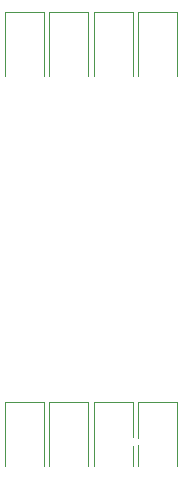
<source format=gbr>
%TF.GenerationSoftware,KiCad,Pcbnew,(6.0.7)*%
%TF.CreationDate,2022-09-13T16:55:12+02:00*%
%TF.ProjectId,myDAQExpansionBoard,6d794441-5145-4787-9061-6e73696f6e42,rev?*%
%TF.SameCoordinates,Original*%
%TF.FileFunction,Legend,Bot*%
%TF.FilePolarity,Positive*%
%FSLAX46Y46*%
G04 Gerber Fmt 4.6, Leading zero omitted, Abs format (unit mm)*
G04 Created by KiCad (PCBNEW (6.0.7)) date 2022-09-13 16:55:12*
%MOMM*%
%LPD*%
G01*
G04 APERTURE LIST*
%ADD10C,0.120000*%
%ADD11C,2.300000*%
%ADD12R,1.800000X1.800000*%
%ADD13C,1.800000*%
%ADD14C,1.600000*%
%ADD15C,5.700000*%
%ADD16R,1.700000X1.700000*%
%ADD17O,1.700000X1.700000*%
%ADD18C,2.000000*%
%ADD19C,1.700000*%
%ADD20O,3.000000X5.000000*%
%ADD21O,2.000000X3.000000*%
%ADD22O,1.800000X1.800000*%
%ADD23R,1.600000X1.600000*%
%ADD24O,1.600000X1.600000*%
%ADD25R,2.600000X2.600000*%
%ADD26C,2.600000*%
%ADD27C,5.000000*%
%ADD28C,1.500000*%
%ADD29O,2.500000X3.000000*%
%ADD30R,1.800000X2.500000*%
%ADD31C,0.800000*%
G04 APERTURE END LIST*
D10*
%TO.C,D6*%
X80900000Y-77350000D02*
X80900000Y-82750000D01*
X77600000Y-77350000D02*
X77600000Y-82750000D01*
X77600000Y-77350000D02*
X80900000Y-77350000D01*
%TO.C,D5*%
X81350000Y-77350000D02*
X81350000Y-82750000D01*
X81350000Y-77350000D02*
X84650000Y-77350000D01*
X84650000Y-77350000D02*
X84650000Y-82750000D01*
%TO.C,D10*%
X77600000Y-110350000D02*
X80900000Y-110350000D01*
X77600000Y-110350000D02*
X77600000Y-115750000D01*
X80900000Y-110350000D02*
X80900000Y-115750000D01*
%TO.C,D11*%
X84650000Y-110350000D02*
X84650000Y-115750000D01*
X81350000Y-110350000D02*
X84650000Y-110350000D01*
X81350000Y-110350000D02*
X81350000Y-115750000D01*
%TO.C,D9*%
X73800000Y-110350000D02*
X73800000Y-115750000D01*
X73800000Y-110350000D02*
X77100000Y-110350000D01*
X77100000Y-110350000D02*
X77100000Y-115750000D01*
%TO.C,D7*%
X73850000Y-77350000D02*
X73850000Y-82750000D01*
X73850000Y-77350000D02*
X77150000Y-77350000D01*
X77150000Y-77350000D02*
X77150000Y-82750000D01*
%TO.C,D12*%
X70100000Y-110350000D02*
X73400000Y-110350000D01*
X70100000Y-110350000D02*
X70100000Y-115750000D01*
X73400000Y-110350000D02*
X73400000Y-115750000D01*
%TO.C,D8*%
X70100000Y-77350000D02*
X73400000Y-77350000D01*
X70100000Y-77350000D02*
X70100000Y-82750000D01*
X73400000Y-77350000D02*
X73400000Y-82750000D01*
%TD*%
%LPC*%
D11*
%TO.C,J4*%
X83055000Y-36800000D03*
X83055000Y-39340000D03*
X86865000Y-36760000D03*
X86865000Y-39300000D03*
X90675000Y-36800000D03*
X90675000Y-39340000D03*
X94485000Y-36760000D03*
X94485000Y-39300000D03*
X98295000Y-39380000D03*
X98295000Y-36840000D03*
X102105000Y-36800000D03*
X102105000Y-39340000D03*
X105915000Y-36840000D03*
X105915000Y-39380000D03*
X109725000Y-39340000D03*
X109725000Y-36800000D03*
X113535000Y-36800000D03*
X113535000Y-39340000D03*
X117345000Y-36840000D03*
X117345000Y-39380000D03*
X121155000Y-36800000D03*
X121155000Y-39340000D03*
X124965000Y-39420000D03*
X124965000Y-36880000D03*
X128775000Y-39380000D03*
X128775000Y-36840000D03*
X132585000Y-36880000D03*
X132585000Y-39420000D03*
X136395000Y-36840000D03*
X136395000Y-39380000D03*
X140205000Y-36800000D03*
X140205000Y-39340000D03*
X144015000Y-36880000D03*
X144015000Y-39420000D03*
X147825000Y-36840000D03*
X147825000Y-39380000D03*
X151635000Y-39420000D03*
X151635000Y-36880000D03*
X155445000Y-39380000D03*
X155445000Y-36840000D03*
%TD*%
D12*
%TO.C,D2*%
X134237500Y-101512500D03*
D13*
X134237500Y-98972500D03*
%TD*%
D14*
%TO.C,C5*%
X91500000Y-82500000D03*
X86500000Y-82500000D03*
%TD*%
D15*
%TO.C,H1*%
X72750000Y-37250000D03*
%TD*%
D16*
%TO.C,JP10*%
X103500000Y-82225000D03*
D17*
X103500000Y-84765000D03*
%TD*%
D18*
%TO.C,U2*%
X127380000Y-80620000D03*
X129920000Y-80620000D03*
X132460000Y-80620000D03*
X135000000Y-80620000D03*
X137540000Y-80620000D03*
X137540000Y-65380000D03*
X135000000Y-65380000D03*
X132460000Y-65380000D03*
X129920000Y-65380000D03*
X127380000Y-65380000D03*
%TD*%
D15*
%TO.C,H4*%
X72750000Y-130250000D03*
%TD*%
D19*
%TO.C,JP8*%
X111000000Y-44750000D03*
D17*
X113540000Y-44750000D03*
X116080000Y-44750000D03*
%TD*%
D20*
%TO.C,RV1*%
X105200000Y-98689500D03*
X114800000Y-98689500D03*
D21*
X112500000Y-91689500D03*
X110000000Y-91689500D03*
X107500000Y-91689500D03*
%TD*%
D16*
%TO.C,JP5*%
X151750000Y-87512500D03*
D17*
X151750000Y-84972500D03*
%TD*%
D16*
%TO.C,JP4*%
X161750000Y-65000000D03*
D17*
X161750000Y-62460000D03*
%TD*%
D16*
%TO.C,JP9*%
X99750000Y-82225000D03*
D17*
X99750000Y-84765000D03*
%TD*%
D16*
%TO.C,J3*%
X143375000Y-44750000D03*
D17*
X140835000Y-44750000D03*
X138295000Y-44750000D03*
X135755000Y-44750000D03*
X133215000Y-44750000D03*
X130675000Y-44750000D03*
X128135000Y-44750000D03*
X125595000Y-44750000D03*
%TD*%
D16*
%TO.C,J2*%
X151675000Y-54500000D03*
D17*
X154215000Y-54500000D03*
X156755000Y-54500000D03*
X159295000Y-54500000D03*
X161835000Y-54500000D03*
%TD*%
D12*
%TO.C,U4*%
X83940000Y-90355000D03*
D22*
X89020000Y-91625000D03*
X83940000Y-92895000D03*
X89020000Y-94165000D03*
X83940000Y-95435000D03*
X89020000Y-96705000D03*
X83940000Y-97975000D03*
X89020000Y-99245000D03*
X83940000Y-100515000D03*
X89020000Y-101785000D03*
X83940000Y-103055000D03*
X89020000Y-104325000D03*
X83940000Y-105595000D03*
X89020000Y-106865000D03*
X83940000Y-108135000D03*
%TD*%
D19*
%TO.C,JP7*%
X105275000Y-44750000D03*
D17*
X102735000Y-44750000D03*
X100195000Y-44750000D03*
%TD*%
D12*
%TO.C,D3*%
X143237500Y-101512500D03*
D13*
X143237500Y-98972500D03*
%TD*%
D23*
%TO.C,U1*%
X110160000Y-64125000D03*
D24*
X110160000Y-66665000D03*
X110160000Y-69205000D03*
X110160000Y-71745000D03*
X110160000Y-74285000D03*
X110160000Y-76825000D03*
X110160000Y-79365000D03*
X110160000Y-81905000D03*
X117780000Y-81905000D03*
X117780000Y-79365000D03*
X117780000Y-76825000D03*
X117780000Y-74285000D03*
X117780000Y-71745000D03*
X117780000Y-69205000D03*
X117780000Y-66665000D03*
X117780000Y-64125000D03*
%TD*%
D25*
%TO.C,J6*%
X74700000Y-101800000D03*
D26*
X74700000Y-106880000D03*
%TD*%
D16*
%TO.C,JP1*%
X156750000Y-65025000D03*
D17*
X156750000Y-62485000D03*
%TD*%
D27*
%TO.C,J8*%
X72850000Y-120250000D03*
X88150000Y-120250000D03*
%TD*%
D28*
%TO.C,R17*%
X119550000Y-51750000D03*
X122950000Y-51750000D03*
%TD*%
D13*
%TO.C,SW4*%
X123000000Y-122000000D03*
X132000000Y-122000000D03*
D29*
X130000000Y-115500000D03*
X130000000Y-128000000D03*
X125000000Y-128000000D03*
X125000000Y-115500000D03*
%TD*%
D12*
%TO.C,D1*%
X125237500Y-101512500D03*
D13*
X125237500Y-98972500D03*
%TD*%
D19*
%TO.C,JP6*%
X129960000Y-85750000D03*
D17*
X132500000Y-85750000D03*
X135040000Y-85750000D03*
%TD*%
D15*
%TO.C,H3*%
X165750000Y-130250000D03*
%TD*%
D13*
%TO.C,SW1*%
X144250000Y-124290000D03*
X144250000Y-121750000D03*
X144250000Y-119210000D03*
%TD*%
D27*
%TO.C,J7*%
X88150000Y-47250000D03*
X72850000Y-47250000D03*
%TD*%
D13*
%TO.C,SW2*%
X157250000Y-124290000D03*
X157250000Y-121750000D03*
X157250000Y-119210000D03*
%TD*%
D16*
%TO.C,JP2*%
X146750000Y-65025000D03*
D17*
X146750000Y-62485000D03*
%TD*%
D16*
%TO.C,JP3*%
X151750000Y-65025000D03*
D17*
X151750000Y-62485000D03*
%TD*%
D13*
%TO.C,SW3*%
X105250000Y-122000000D03*
X114250000Y-122000000D03*
D29*
X112250000Y-128000000D03*
X112250000Y-115500000D03*
X107250000Y-128000000D03*
X107250000Y-115500000D03*
%TD*%
D12*
%TO.C,D4*%
X152237500Y-101512500D03*
D13*
X152237500Y-98972500D03*
%TD*%
D25*
%TO.C,J5*%
X74695000Y-91555000D03*
D26*
X74695000Y-96635000D03*
%TD*%
D16*
%TO.C,J1*%
X151675000Y-49750000D03*
D17*
X154215000Y-49750000D03*
X156755000Y-49750000D03*
X159295000Y-49750000D03*
X161835000Y-49750000D03*
%TD*%
D15*
%TO.C,H2*%
X165750000Y-37250000D03*
%TD*%
D30*
%TO.C,D6*%
X79250000Y-78750000D03*
X79250000Y-82750000D03*
%TD*%
%TO.C,D5*%
X83000000Y-78750000D03*
X83000000Y-82750000D03*
%TD*%
%TO.C,D10*%
X79250000Y-111750000D03*
X79250000Y-115750000D03*
%TD*%
%TO.C,D11*%
X83000000Y-111750000D03*
X83000000Y-115750000D03*
%TD*%
%TO.C,D9*%
X75450000Y-111750000D03*
X75450000Y-115750000D03*
%TD*%
%TO.C,D7*%
X75500000Y-78750000D03*
X75500000Y-82750000D03*
%TD*%
%TO.C,D12*%
X71750000Y-111750000D03*
X71750000Y-115750000D03*
%TD*%
%TO.C,D8*%
X71750000Y-78750000D03*
X71750000Y-82750000D03*
%TD*%
D31*
X90750000Y-63750000D03*
X81100000Y-113700000D03*
X102000000Y-109750000D03*
X115500000Y-61500000D03*
X102000000Y-103750000D03*
X93000000Y-63750000D03*
X101000000Y-63750000D03*
X123500000Y-89500000D03*
X109000000Y-61500000D03*
X99000000Y-63750000D03*
X81250000Y-103750000D03*
X107500000Y-82250000D03*
X87750000Y-53250000D03*
X113500000Y-109750000D03*
X131500000Y-110000000D03*
X85500000Y-69750000D03*
X89000000Y-68500000D03*
X89000000Y-65750000D03*
X96250000Y-87000000D03*
X114900000Y-52300000D03*
X162750000Y-46750000D03*
X120500000Y-61500000D03*
X81250000Y-97750000D03*
X104210000Y-73415000D03*
X98750000Y-73500000D03*
X135000000Y-53750000D03*
X129500000Y-53750000D03*
X129750000Y-103250000D03*
X129750000Y-100237500D03*
X138750000Y-100250000D03*
X135000000Y-50000000D03*
X132000000Y-50000000D03*
X138750000Y-103250000D03*
X147750000Y-100250000D03*
X147750000Y-103250000D03*
X99000000Y-109000000D03*
X99000000Y-103750000D03*
M02*

</source>
